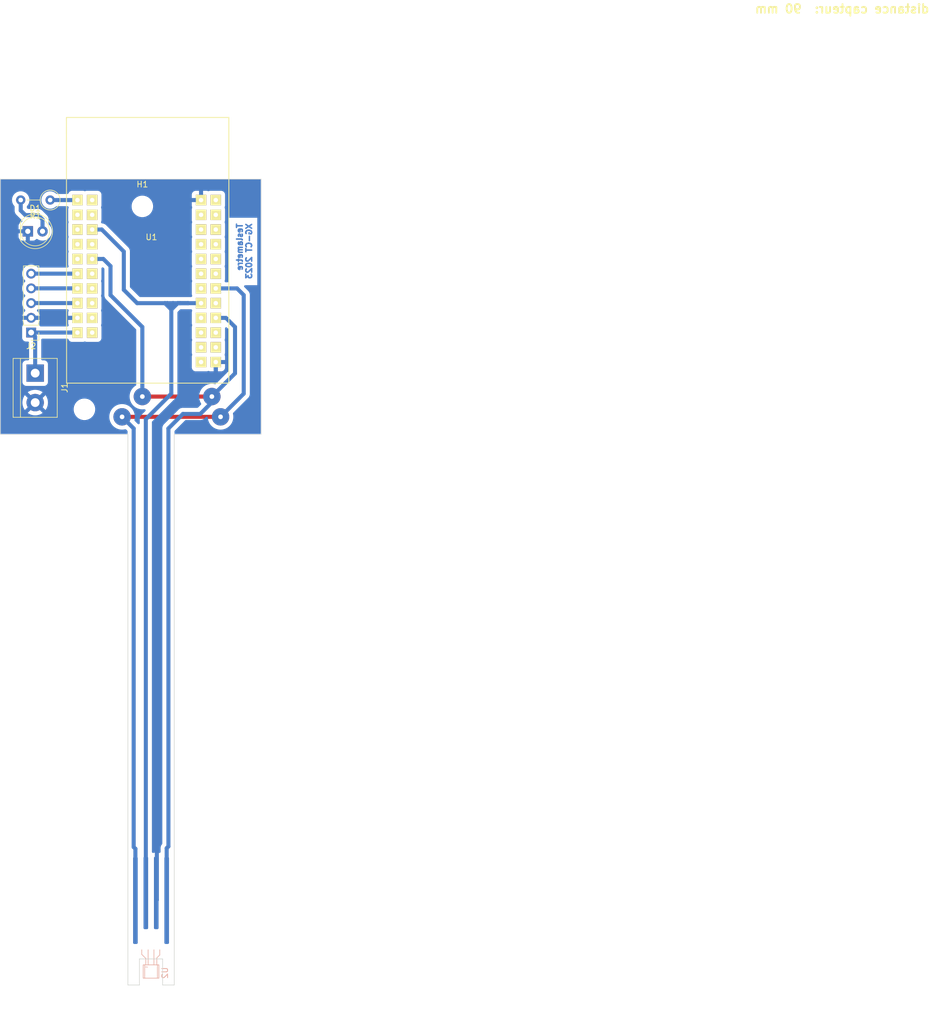
<source format=kicad_pcb>
(kicad_pcb (version 20221018) (generator pcbnew)
  (layers (0 "F.Cu" signal) (31 "B.Cu" signal) (34 "B.Paste" user) (35 "F.Paste" user) (36 "B.SilkS" user "B.Silkscreen") (37 "F.SilkS" user "F.Silkscreen") (38 "B.Mask" user) (39 "F.Mask" user) (44 "Edge.Cuts" user))
  (net 0 "")
  (net 1 "Net-(U1-p5.0)")
  (net 2 "/ADC_P")
  (net 3 "GNDPWR")
  (net 4 "/ADC_M")
  (net 6 "+5V")
  (net 7 "Net-(U1-p0.1)")
  (net 12 "Net-(J2-Pin_5)")
  (net 13 "Net-(J2-Pin_4)")
  (net 14 "Net-(J2-Pin_3)")
  (net 41 "Net-(D1-A)")
  (footprint "LED_THT:LED_D5.0mm" (layer "F.Cu") (at 108.725 58.5)
    (fp_text reference "D1" (at 1.27 -3.96) (layer "F.SilkS"))
    (fp_text value "LED")
    (fp_line (start -1.29 -1.545) (end -1.29 1.545) (stroke (width 0.12)) (layer "F.SilkS"))
    (fp_arc (start -1.29 -1.54483) (mid 2.072002 -2.880433) (end 4.26 0.000462) (stroke (width 0.12)) (layer "F.SilkS"))
    (fp_arc (start 4.26 -0.000462) (mid 2.072002 2.880433) (end -1.29 1.54483) (stroke (width 0.12)) (layer "F.SilkS"))
    (fp_circle (center 1.27 0) (end 3.77 0) (stroke (width 0.12)) (fill none) (layer "F.SilkS"))
    (pad "1" thru_hole rect (at 0 0) (size 1.8 1.8) (drill 0.9) (layers "*.Cu" "*.Mask") (net 3 "GNDPWR"))
    (pad "2" thru_hole circle (at 2.54 0) (size 1.8 1.8) (drill 0.9) (layers "*.Cu" "*.Mask") (net 41 "Net-(D1-A)"))
  )
  (footprint "Xg_lib_pcb:CY8CKIT-143-2" (layer "F.Cu") (at 130 62)
    (fp_text reference "U1" (at 0.07112 -2.49936) (layer "F.SilkS"))
    (fp_text value "CY8CKIT-143_orig")
    (fp_line (start -14.5796 -23.1394) (end 13.4366 -23.1394) (stroke (width 0.15)) (layer "F.SilkS"))
    (fp_line (start -14.5796 22.6822) (end -14.605 -23.1394) (stroke (width 0.15)) (layer "F.SilkS"))
    (fp_line (start 13.4366 -23.1394) (end 13.4366 22.6822) (stroke (width 0.15)) (layer "F.SilkS"))
    (fp_line (start 13.4366 22.6822) (end -14.5796 22.6822) (stroke (width 0.15)) (layer "F.SilkS"))
    (pad "1" thru_hole rect (at -12.7 -8.89) (size 1.8 1.8) (drill 0.762) (layers "*.Cu" "*.Mask" "F.SilkS") (net 7 "Net-(U1-p0.1)"))
    (pad "2" thru_hole rect (at -12.7 -6.35) (size 1.8 1.8) (drill 0.762) (layers "*.Cu" "*.Mask" "F.SilkS"))
    (pad "3" thru_hole rect (at -12.7 -3.81) (size 1.8 1.8) (drill 0.762) (layers "*.Cu" "*.Mask" "F.SilkS"))
    (pad "4" thru_hole rect (at -12.7 -1.27) (size 1.8 1.8) (drill 0.762) (layers "*.Cu" "*.Mask" "F.SilkS"))
    (pad "5" thru_hole rect (at -12.7 1.27) (size 1.8 1.8) (drill 0.762) (layers "*.Cu" "*.Mask" "F.SilkS"))
    (pad "6" thru_hole rect (at -12.7 3.81) (size 1.8 1.8) (drill 0.762) (layers "*.Cu" "*.Mask" "F.SilkS") (net 12 "Net-(J2-Pin_5)"))
    (pad "7" thru_hole rect (at -12.7 6.35) (size 1.8 1.8) (drill 0.762) (layers "*.Cu" "*.Mask" "F.SilkS") (net 13 "Net-(J2-Pin_4)"))
    (pad "8" thru_hole rect (at -12.7 8.89) (size 1.8 1.8) (drill 0.762) (layers "*.Cu" "*.Mask" "F.SilkS") (net 14 "Net-(J2-Pin_3)"))
    (pad "9" thru_hole rect (at -12.7 11.43) (size 1.8 1.8) (drill 0.762) (layers "*.Cu" "*.Mask" "F.SilkS") (net 3 "GNDPWR"))
    (pad "9" thru_hole rect (at 8.636 -8.89) (size 1.8 1.8) (drill 0.762) (layers "*.Cu" "*.Mask" "F.SilkS") (net 3 "GNDPWR"))
    (pad "9" thru_hole rect (at 11.176 19.05) (size 1.8 1.8) (drill 0.762) (layers "*.Cu" "*.Mask" "F.SilkS") (net 3 "GNDPWR"))
    (pad "10" thru_hole rect (at -12.7 13.97) (size 1.8 1.8) (drill 0.762) (layers "*.Cu" "*.Mask" "F.SilkS") (net 6 "+5V"))
    (pad "11" thru_hole rect (at -10.16 -8.89) (size 1.8 1.8) (drill 0.762) (layers "*.Cu" "*.Mask" "F.SilkS"))
    (pad "12" thru_hole rect (at -10.16 -6.35) (size 1.8 1.8) (drill 0.762) (layers "*.Cu" "*.Mask" "F.SilkS"))
    (pad "13" thru_hole rect (at -10.16 -3.81) (size 1.8 1.8) (drill 0.762) (layers "*.Cu" "*.Mask" "F.SilkS") (net 2 "/ADC_P"))
    (pad "14" thru_hole rect (at -10.16 -1.27) (size 1.8 1.8) (drill 0.762) (layers "*.Cu" "*.Mask" "F.SilkS"))
    (pad "15" thru_hole rect (at -10.16 1.27) (size 1.8 1.8) (drill 0.762) (layers "*.Cu" "*.Mask" "F.SilkS") (net 4 "/ADC_M"))
    (pad "16" thru_hole rect (at -10.16 3.81) (size 1.8 1.8) (drill 0.762) (layers "*.Cu" "*.Mask" "F.SilkS"))
    (pad "17" thru_hole rect (at -10.16 6.35) (size 1.8 1.8) (drill 0.762) (layers "*.Cu" "*.Mask" "F.SilkS"))
    (pad "18" thru_hole rect (at -10.16 8.89) (size 1.8 1.8) (drill 0.762) (layers "*.Cu" "*.Mask" "F.SilkS"))
    (pad "19" thru_hole rect (at -10.16 11.43) (size 1.8 1.8) (drill 0.762) (layers "*.Cu" "*.Mask" "F.SilkS"))
    (pad "20" thru_hole rect (at -10.16 13.97) (size 1.8 1.8) (drill 0.762) (layers "*.Cu" "*.Mask" "F.SilkS"))
    (pad "22" thru_hole rect (at 8.636 19.05) (size 1.8 1.8) (drill 0.762) (layers "*.Cu" "*.Mask" "F.SilkS"))
    (pad "23" thru_hole rect (at 8.636 16.51) (size 1.8 1.8) (drill 0.762) (layers "*.Cu" "*.Mask" "F.SilkS"))
    (pad "24" thru_hole rect (at 8.636 13.97) (size 1.8 1.8) (drill 0.762) (layers "*.Cu" "*.Mask" "F.SilkS"))
    (pad "25" thru_hole rect (at 8.636 11.43) (size 1.8 1.8) (drill 0.762) (layers "*.Cu" "*.Mask" "F.SilkS"))
    (pad "26" thru_hole rect (at 8.636 8.89) (size 1.8 1.8) (drill 0.762) (layers "*.Cu" "*.Mask" "F.SilkS") (net 2 "/ADC_P"))
    (pad "27" thru_hole rect (at 8.636 6.35) (size 1.8 1.8) (drill 0.762) (layers "*.Cu" "*.Mask" "F.SilkS"))
    (pad "28" thru_hole rect (at 8.636 3.81) (size 1.8 1.8) (drill 0.762) (layers "*.Cu" "*.Mask" "F.SilkS"))
    (pad "29" thru_hole rect (at 8.636 1.27) (size 1.8 1.8) (drill 0.762) (layers "*.Cu" "*.Mask" "F.SilkS"))
    (pad "30" thru_hole rect (at 8.636 -1.27) (size 1.8 1.8) (drill 0.762) (layers "*.Cu" "*.Mask" "F.SilkS"))
    (pad "31" thru_hole rect (at 8.636 -3.81) (size 1.8 1.8) (drill 0.762) (layers "*.Cu" "*.Mask" "F.SilkS"))
    (pad "32" thru_hole rect (at 8.636 -6.35) (size 1.8 1.8) (drill 0.762) (layers "*.Cu" "*.Mask" "F.SilkS"))
    (pad "33" thru_hole rect (at 11.176 16.51) (size 1.8 1.8) (drill 0.762) (layers "*.Cu" "*.Mask" "F.SilkS"))
    (pad "34" thru_hole rect (at 11.176 13.97) (size 1.8 1.8) (drill 0.762) (layers "*.Cu" "*.Mask" "F.SilkS"))
    (pad "35" thru_hole rect (at 11.176 11.43) (size 1.8 1.8) (drill 0.762) (layers "*.Cu" "*.Mask" "F.SilkS") (net 4 "/ADC_M"))
    (pad "36" thru_hole rect (at 11.176 8.89) (size 1.8 1.8) (drill 0.762) (layers "*.Cu" "*.Mask" "F.SilkS"))
    (pad "37" thru_hole rect (at 11.176 6.35) (size 1.8 1.8) (drill 0.762) (layers "*.Cu" "*.Mask" "F.SilkS") (net 1 "Net-(U1-p5.0)"))
    (pad "38" thru_hole rect (at 11.176 3.81) (size 1.8 1.8) (drill 0.762) (layers "*.Cu" "*.Mask" "F.SilkS"))
    (pad "39" thru_hole rect (at 11.176 1.27) (size 1.8 1.8) (drill 0.762) (layers "*.Cu" "*.Mask" "F.SilkS"))
    (pad "40" thru_hole rect (at 11.176 -1.27) (size 1.8 1.8) (drill 0.762) (layers "*.Cu" "*.Mask" "F.SilkS"))
    (pad "41" thru_hole rect (at 11.176 -3.81) (size 1.8 1.8) (drill 0.762) (layers "*.Cu" "*.Mask" "F.SilkS"))
    (pad "42" thru_hole rect (at 11.176 -6.35) (size 1.8 1.8) (drill 0.762) (layers "*.Cu" "*.Mask" "F.SilkS"))
    (pad "43" thru_hole rect (at 11.176 -8.89) (size 1.8 1.8) (drill 0.762) (layers "*.Cu" "*.Mask" "F.SilkS"))
  )
  (footprint "Connector_PinHeader_2.54mm:PinHeader_1x05_P2.54mm_Vertical" (layer "F.Cu") (at 109.3 75.96 180)
    (fp_text reference "J2" (at 0 -2.33) (layer "F.SilkS"))
    (fp_text value "ICSP")
    (fp_line (start -1.33 -1.33) (end 0 -1.33) (stroke (width 0.12)) (layer "F.SilkS"))
    (fp_line (start -1.33 0) (end -1.33 -1.33) (stroke (width 0.12)) (layer "F.SilkS"))
    (fp_line (start -1.33 1.27) (end -1.33 11.49) (stroke (width 0.12)) (layer "F.SilkS"))
    (fp_line (start -1.33 1.27) (end 1.33 1.27) (stroke (width 0.12)) (layer "F.SilkS"))
    (fp_line (start -1.33 11.49) (end 1.33 11.49) (stroke (width 0.12)) (layer "F.SilkS"))
    (fp_line (start 1.33 1.27) (end 1.33 11.49) (stroke (width 0.12)) (layer "F.SilkS"))
    (pad "1" thru_hole rect (at 0 0 180) (size 1.7 1.7) (drill 1) (layers "*.Cu" "*.Mask") (net 6 "+5V"))
    (pad "2" thru_hole oval (at 0 2.54 180) (size 1.7 1.7) (drill 1) (layers "*.Cu" "*.Mask") (net 3 "GNDPWR"))
    (pad "3" thru_hole oval (at 0 5.08 180) (size 1.7 1.7) (drill 1) (layers "*.Cu" "*.Mask") (net 14 "Net-(J2-Pin_3)"))
    (pad "4" thru_hole oval (at 0 7.62 180) (size 1.7 1.7) (drill 1) (layers "*.Cu" "*.Mask") (net 13 "Net-(J2-Pin_4)"))
    (pad "5" thru_hole oval (at 0 10.16 180) (size 1.7 1.7) (drill 1) (layers "*.Cu" "*.Mask") (net 12 "Net-(J2-Pin_5)"))
  )
  (footprint "Resistor_THT:R_Axial_DIN0309_L9.0mm_D3.2mm_P5.08mm_Vertical" (layer "F.Cu") (at 112.58 53.1 180)
    (fp_text reference "R1" (at 2.54 -2.72) (layer "F.SilkS"))
    (fp_text value "R")
    (fp_line (start 1.72 0) (end 3.98 0) (stroke (width 0.12)) (layer "F.SilkS"))
    (fp_circle (center 0 0) (end 1.72 0) (stroke (width 0.12)) (fill none) (layer "F.SilkS"))
    (pad "1" thru_hole circle (at 0 0 180) (size 1.6 1.6) (drill 0.8) (layers "*.Cu" "*.Mask") (net 7 "Net-(U1-p0.1)"))
    (pad "2" thru_hole oval (at 5.08 0 180) (size 1.6 1.6) (drill 0.8) (layers "*.Cu" "*.Mask") (net 41 "Net-(D1-A)"))
  )
  (footprint "MountingHole:MountingHole_3.2mm_M3_DIN965" (layer "F.Cu") (at 118.5 89.2)
    (fp_text reference "H2" hide)
    (fp_text value "MountingHole" hide)
    (pad "" np_thru_hole circle (at 0 0) (size 3.2 3.2) (drill 3.2) (layers "*.Cu" "*.Mask"))
  )
  (footprint "MountingHole:MountingHole_3.2mm_M3_DIN965" (layer "F.Cu") (at 128.5 54.2)
    (fp_text reference "H1" (at 0 -3.8) (layer "F.SilkS"))
    (fp_text value "MountingHole")
    (pad "" np_thru_hole circle (at 0 0) (size 3.2 3.2) (drill 3.2) (layers "*.Cu" "*.Mask"))
  )
  (footprint "TerminalBlock:TerminalBlock_bornier-2_P5.08mm" (layer "F.Cu") (at 110 82.96 -90)
    (fp_text reference "J1" (at 2.54 -5.08 90) (layer "F.SilkS"))
    (fp_text value "Conn_01x02")
    (fp_line (start -2.54 -3.81) (end -2.54 3.81) (stroke (width 0.12)) (layer "F.SilkS"))
    (fp_line (start -2.54 3.81) (end 7.62 3.81) (stroke (width 0.12)) (layer "F.SilkS"))
    (fp_line (start 7.62 -3.81) (end -2.54 -3.81) (stroke (width 0.12)) (layer "F.SilkS"))
    (fp_line (start 7.62 2.54) (end -2.54 2.54) (stroke (width 0.12)) (layer "F.SilkS"))
    (fp_line (start 7.62 3.81) (end 7.62 -3.81) (stroke (width 0.12)) (layer "F.SilkS"))
    (pad "1" thru_hole rect (at 0 0 270) (size 3 3) (drill 1.52) (layers "*.Cu" "*.Mask") (net 6 "+5V"))
    (pad "2" thru_hole circle (at 5.08 0 270) (size 3 3) (drill 1.52) (layers "*.Cu" "*.Mask") (net 3 "GNDPWR"))
  )
  (footprint "Xg_lib_pcb:HG372A_2" (layer "B.Cu") (at 130 175.12 -90)
    (fp_text reference "U2" (at 11.3 -2.4 90 unlocked) (layer "B.SilkS") (effects (justify mirror)))
    (fp_text value "HG372")
    (fp_text user "1" (at 10.1 0.6 90 unlocked) (layer "B.SilkS") (effects (font (size 0.3 0.3) (thickness 0.075)) (justify left bottom mirror)))
    (fp_line (start 7.3 -1.5) (end 8.2 -1.5) (stroke (width 0.12)) (layer "B.SilkS"))
    (fp_line (start 7.3 -0.5) (end 9.9 -0.5) (stroke (width 0.12)) (layer "B.SilkS"))
    (fp_line (start 7.3 0.5) (end 9.9 0.5) (stroke (width 0.12)) (layer "B.SilkS"))
    (fp_line (start 7.3 1.6) (end 8.1 1.6) (stroke (width 0.12)) (layer "B.SilkS"))
    (fp_line (start 8.1 1.6) (end 8.8 0.9) (stroke (width 0.12)) (layer "B.SilkS"))
    (fp_line (start 8.2 -1.5) (end 8.7 -1) (stroke (width 0.12)) (layer "B.SilkS"))
    (fp_line (start 8.7 -1) (end 9.9 -1) (stroke (width 0.12)) (layer "B.SilkS"))
    (fp_line (start 8.8 0.9) (end 9.9 0.9) (stroke (width 0.12)) (layer "B.SilkS"))
    (fp_line (start 9.9 -1.1) (end 12.2 -1.1) (stroke (width 0.12)) (layer "B.SilkS"))
    (fp_line (start 9.9 1.1) (end 12.2 1.1) (stroke (width 0.12)) (layer "B.SilkS"))
    (fp_rect (start 12.2 -1.35) (end 9.9 1.35) (stroke (width 0.12)) (fill none) (layer "B.SilkS"))
    (pad "1" smd roundrect (at -1.2 2.7 270) (size 15 0.8) (layers "B.Cu" "B.Paste" "B.Mask") (net 1 "Net-(U1-p5.0)"))
    (pad "2" smd roundrect (at -2.5 0.9 270) (size 12.5 0.8) (layers "B.Cu" "B.Paste" "B.Mask") (net 2 "/ADC_P"))
    (pad "3" smd roundrect (at -2.5 -0.9 270) (size 12.5 0.8) (layers "B.Cu" "B.Paste" "B.Mask") (net 3 "GNDPWR"))
    (pad "4" smd roundrect (at -1.2 -2.7 270) (size 15 0.8) (layers "B.Cu" "B.Paste" "B.Mask") (net 4 "/ADC_M"))
  )
  (gr_line (start 126 188.5) (end 126 93.5) (stroke (width 0.1)) (layer "Edge.Cuts"))
  (gr_line (start 134 93.5) (end 134 188.5) (stroke (width 0.1)) (layer "Edge.Cuts"))
  (gr_line (start 149 49.5) (end 104 49.5) (stroke (width 0.1)) (layer "Edge.Cuts"))
  (gr_line (start 149 93.5) (end 149 49.5) (stroke (width 0.1)) (layer "Edge.Cuts"))
  (gr_line (start 104 93.5) (end 104 49.5) (stroke (width 0.1)) (layer "Edge.Cuts"))
  (gr_line (start 128 184) (end 128 188.5) (stroke (width 0.1)) (layer "Edge.Cuts"))
  (gr_line (start 132 188.5) (end 132 184) (stroke (width 0.1)) (layer "Edge.Cuts"))
  (gr_line (start 128 188.5) (end 126 188.5) (stroke (width 0.1)) (layer "Edge.Cuts"))
  (gr_line (start 126 93.5) (end 104 93.5) (stroke (width 0.1)) (layer "Edge.Cuts"))
  (gr_line (start 134 93.5) (end 149 93.5) (stroke (width 0.1)) (layer "Edge.Cuts"))
  (gr_line (start 134 188.5) (end 132 188.5) (stroke (width 0.1)) (layer "Edge.Cuts"))
  (gr_line (start 132 184) (end 128 184) (stroke (width 0.1)) (layer "Edge.Cuts"))
  (gr_text "Teslametre\nXG-CT 2023" (at 147.5 57 90) (layer "B.Cu") (effects (font (size 1 1) (thickness 0.25) bold) (justify left bottom mirror)))
  (gr_text "distance capteur:  90 mm" (at 264.5 21) (layer "F.SilkS") (effects (font (size 1.5 1.5) (thickness 0.3) bold) (justify left bottom mirror)))
  (segment (start 125 90.5) (end 142 90.5) (width 0.7) (layer "F.Cu") (net 1))
  (via (at 142 90.5) (size 3) (drill 0.8) (layers "F.Cu" "B.Cu") (net 1))
  (via (at 125 90.5) (size 3) (drill 0.8) (layers "F.Cu" "B.Cu") (net 1))
  (segment (start 144.85 68.35) (end 141.176 68.35) (width 0.7) (layer "B.Cu") (net 1))
  (segment (start 146 69.5) (end 144.85 68.35) (width 0.7) (layer "B.Cu") (net 1))
  (segment (start 127 164.7) (end 127 92.5) (width 0.7) (layer "B.Cu") (net 1))
  (segment (start 127.3 173.92) (end 127.3 165) (width 0.7) (layer "B.Cu") (net 1))
  (segment (start 127 92.5) (end 125 90.5) (width 0.7) (layer "B.Cu") (net 1))
  (segment (start 146 86.5) (end 146 69.5) (width 0.7) (layer "B.Cu") (net 1))
  (segment (start 127.3 165) (end 127 164.7) (width 0.7) (layer "B.Cu") (net 1))
  (segment (start 142 90.5) (end 146 86.5) (width 0.7) (layer "B.Cu") (net 1))
  (segment (start 121.5 58.19) (end 119.84 58.19) (width 0.7) (layer "B.Cu") (net 2))
  (segment (start 127.6 70.89) (end 125.3 68.59) (width 0.7) (layer "B.Cu") (net 2))
  (segment (start 132.4 70.89) (end 132.8 70.89) (width 0.7) (layer "B.Cu") (net 2))
  (segment (start 134.61 70.89) (end 133.5 72) (width 0.7) (layer "B.Cu") (net 2))
  (segment (start 136.4 70.89) (end 135 70.89) (width 0.7) (layer "B.Cu") (net 2))
  (segment (start 133.5 72) (end 133.5 71.59) (width 0.7) (layer "B.Cu") (net 2))
  (segment (start 133.8 70.89) (end 136.4 70.89) (width 0.7) (layer "B.Cu") (net 2))
  (segment (start 133.5 72) (end 133.5 86.5) (width 0.7) (layer "B.Cu") (net 2))
  (segment (start 135 70.89) (end 134.61 70.89) (width 0.7) (layer "B.Cu") (net 2))
  (segment (start 133.5 71.59) (end 132.8 70.89) (width 0.7) (layer "B.Cu") (net 2))
  (segment (start 125.3 68.59) (end 125.3 61.99) (width 0.7) (layer "B.Cu") (net 2))
  (segment (start 133.5 86.5) (end 129.1 90.9) (width 0.7) (layer "B.Cu") (net 2))
  (segment (start 132.8 70.89) (end 133.8 70.89) (width 0.7) (layer "B.Cu") (net 2))
  (segment (start 125.3 61.99) (end 121.5 58.19) (width 0.7) (layer "B.Cu") (net 2))
  (segment (start 133.5 71.59) (end 133.5 71.19) (width 0.7) (layer "B.Cu") (net 2))
  (segment (start 129.1 90.9) (end 129.1 172.62) (width 0.7) (layer "B.Cu") (net 2))
  (segment (start 138.636 70.89) (end 136.4 70.89) (width 0.7) (layer "B.Cu") (net 2))
  (segment (start 127.6 70.89) (end 132.4 70.89) (width 0.7) (layer "B.Cu") (net 2))
  (segment (start 133.5 71.99) (end 132.4 70.89) (width 0.7) (layer "B.Cu") (net 2))
  (segment (start 133.5 71.19) (end 133.8 70.89) (width 0.7) (layer "B.Cu") (net 2))
  (segment (start 133.5 72) (end 133.5 71.99) (width 0.7) (layer "B.Cu") (net 2))
  (segment (start 109.3 73.42) (end 117.29 73.42) (width 0.7) (layer "B.Cu") (net 3))
  (segment (start 131 173.82) (end 130.9 173.92) (width 0.7) (layer "B.Cu") (net 3))
  (segment (start 139 84) (end 140.5 84) (width 0.7) (layer "B.Cu") (net 3))
  (segment (start 117.29 73.42) (end 117.3 73.43) (width 0.7) (layer "B.Cu") (net 3))
  (segment (start 131 164.5) (end 131 159.6) (width 0.7) (layer "B.Cu") (net 3))
  (segment (start 140.5 84) (end 141.176 83.324) (width 0.7) (layer "B.Cu") (net 3))
  (segment (start 141.176 83.324) (end 141.176 81.05) (width 0.7) (layer "B.Cu") (net 3))
  (segment (start 131 159.6) (end 131 173.82) (width 0.7) (layer "B.Cu") (net 3))
  (segment (start 131 159.6) (end 131 92) (width 0.7) (layer "B.Cu") (net 3))
  (segment (start 131 92) (end 139 84) (width 0.7) (layer "B.Cu") (net 3))
  (segment (start 128.5 87) (end 140.5 87) (width 0.7) (layer "F.Cu") (net 4))
  (via (at 140.5 87) (size 3) (drill 0.8) (layers "F.Cu" "B.Cu") (net 4))
  (via (at 128.5 87) (size 3) (drill 0.8) (layers "F.Cu" "B.Cu") (net 4))
  (segment (start 135.5 90) (end 138.5 90) (width 0.7) (layer "B.Cu") (net 4))
  (segment (start 123 69.5) (end 123 64.5) (width 0.7) (layer "B.Cu") (net 4))
  (segment (start 144.5 75) (end 142.93 73.43) (width 0.7) (layer "B.Cu") (net 4))
  (segment (start 144.5 83) (end 144.5 75) (width 0.7) (layer "B.Cu") (net 4))
  (segment (start 121.77 63.27) (end 119.84 63.27) (width 0.7) (layer "B.Cu") (net 4))
  (segment (start 132.7 173.92) (end 132.7 164.9) (width 0.7) (layer "B.Cu") (net 4))
  (segment (start 133 92.5) (end 135.5 90) (width 0.7) (layer "B.Cu") (net 4))
  (segment (start 142.93 73.43) (end 141.176 73.43) (width 0.7) (layer "B.Cu") (net 4))
  (segment (start 128.5 75) (end 123 69.5) (width 0.7) (layer "B.Cu") (net 4))
  (segment (start 123 64.5) (end 121.77 63.27) (width 0.7) (layer "B.Cu") (net 4))
  (segment (start 128.5 87) (end 128.5 75) (width 0.7) (layer "B.Cu") (net 4))
  (segment (start 140.5 87) (end 144.5 83) (width 0.7) (layer "B.Cu") (net 4))
  (segment (start 138.5 90) (end 140.5 88) (width 0.7) (layer "B.Cu") (net 4))
  (segment (start 140.5 88) (end 140.5 87) (width 0.7) (layer "B.Cu") (net 4))
  (segment (start 133 164.6) (end 133 92.5) (width 0.7) (layer "B.Cu") (net 4))
  (segment (start 132.7 164.9) (end 133 164.6) (width 0.7) (layer "B.Cu") (net 4))
  (segment (start 110 82.96) (end 110 76.66) (width 0.7) (layer "B.Cu") (net 6))
  (segment (start 110 76.66) (end 109.3 75.96) (width 0.7) (layer "B.Cu") (net 6))
  (segment (start 117.29 75.96) (end 117.3 75.97) (width 0.7) (layer "B.Cu") (net 6))
  (segment (start 109.3 75.96) (end 117.29 75.96) (width 0.7) (layer "B.Cu") (net 6))
  (segment (start 117.3 53.11) (end 112.59 53.11) (width 0.7) (layer "B.Cu") (net 7))
  (segment (start 117.26 53.15) (end 117.3 53.11) (width 0.7) (layer "B.Cu") (net 7))
  (segment (start 112.59 53.11) (end 112.58 53.1) (width 0.7) (layer "B.Cu") (net 7))
  (segment (start 117.29 65.8) (end 117.3 65.81) (width 0.7) (layer "B.Cu") (net 12))
  (segment (start 109.3 65.8) (end 117.29 65.8) (width 0.7) (layer "B.Cu") (net 12))
  (segment (start 117.29 68.34) (end 117.3 68.35) (width 0.7) (layer "B.Cu") (net 13))
  (segment (start 109.3 68.34) (end 117.29 68.34) (width 0.7) (layer "B.Cu") (net 13))
  (segment (start 117.29 70.88) (end 117.3 70.89) (width 0.7) (layer "B.Cu") (net 14))
  (segment (start 109.3 70.88) (end 117.29 70.88) (width 0.7) (layer "B.Cu") (net 14))
  (segment (start 111.265 56.465) (end 111.265 58.5) (width 0.7) (layer "B.Cu") (net 41))
  (segment (start 108.3 55.7) (end 110.5 55.7) (width 0.7) (layer "B.Cu") (net 41))
  (segment (start 107.5 53.1) (end 107.5 54.9) (width 0.7) (layer "B.Cu") (net 41))
  (segment (start 110.5 55.7) (end 111.265 56.465) (width 0.7) (layer "B.Cu") (net 41))
  (segment (start 107.5 54.9) (end 108.3 55.7) (width 0.7) (layer "B.Cu") (net 41))
  (zone (net 3) (net_name "GNDPWR") (layer "B.Cu") (connect_pads (clearance 0.7)) (min_thickness 0.4) (fill yes (thermal_gap 0.7) (thermal_bridge_width 0.7))
    (polygon (pts (xy 104 49.5) (xy 149 49.5) (xy 149 93.5) (xy 134 93.5) (xy 134 183) (xy 126 183) (xy 126 93.5) (xy 104 93.5)))
  )
)
</source>
